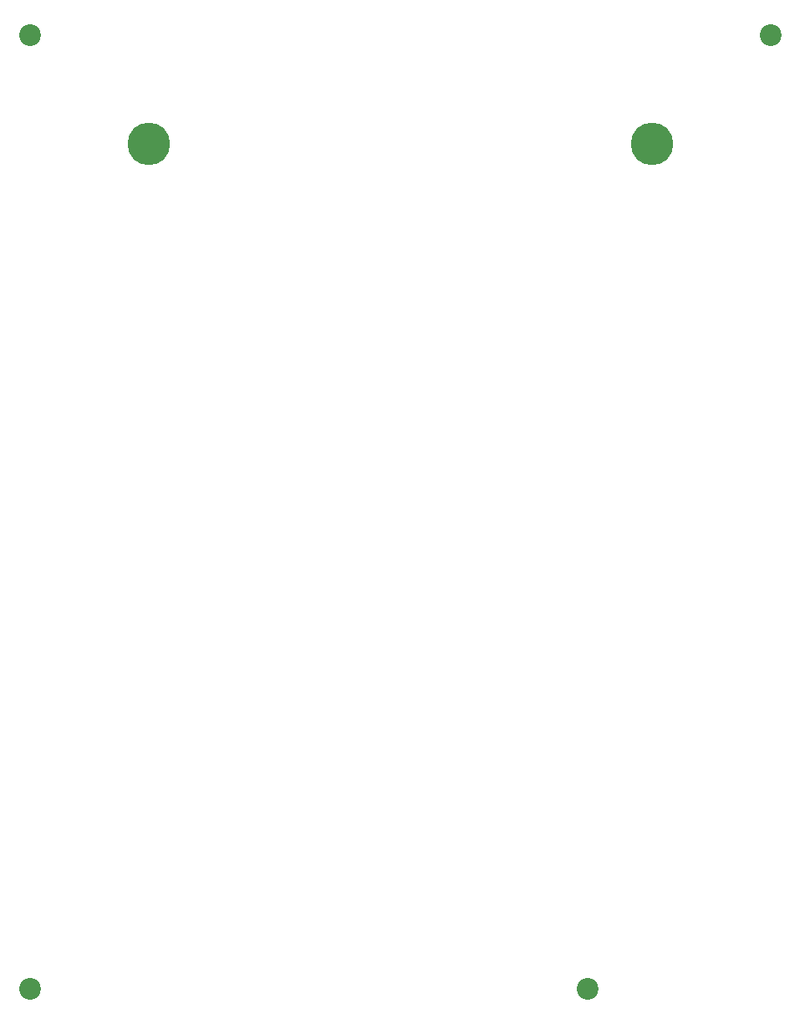
<source format=gbr>
%TF.GenerationSoftware,KiCad,Pcbnew,(5.1.10)-1*%
%TF.CreationDate,2021-11-22T22:47:00-06:00*%
%TF.ProjectId,PyKey18,50794b65-7931-4382-9e6b-696361645f70,1.0*%
%TF.SameCoordinates,Original*%
%TF.FileFunction,Soldermask,Bot*%
%TF.FilePolarity,Negative*%
%FSLAX46Y46*%
G04 Gerber Fmt 4.6, Leading zero omitted, Abs format (unit mm)*
G04 Created by KiCad (PCBNEW (5.1.10)-1) date 2021-11-22 22:47:00*
%MOMM*%
%LPD*%
G01*
G04 APERTURE LIST*
%ADD10C,4.300000*%
%ADD11C,2.200000*%
G04 APERTURE END LIST*
D10*
%TO.C,H6*%
X116000000Y-65000000D03*
%TD*%
%TO.C,H5*%
X65000000Y-65000000D03*
%TD*%
D11*
%TO.C,H4*%
X109500000Y-150500000D03*
%TD*%
%TO.C,H3*%
X53000000Y-150500000D03*
%TD*%
%TO.C,H2*%
X128000000Y-54000000D03*
%TD*%
%TO.C,H1*%
X53000000Y-54000000D03*
%TD*%
M02*

</source>
